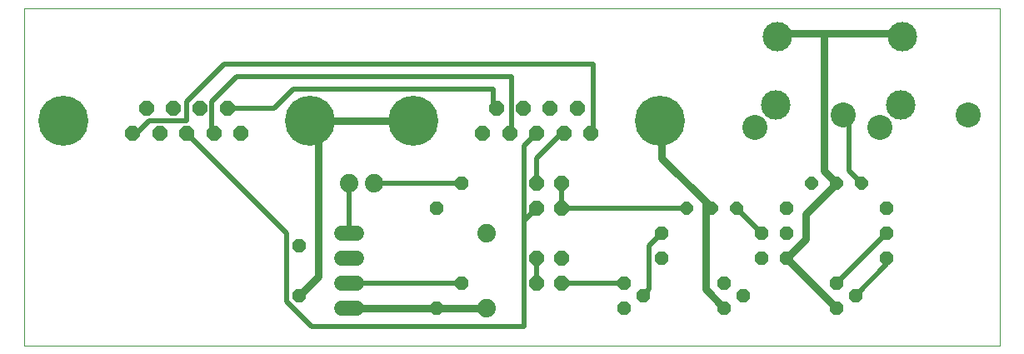
<source format=gtl>
G75*
%MOIN*%
%OFA0B0*%
%FSLAX24Y24*%
%IPPOS*%
%LPD*%
%AMOC8*
5,1,8,0,0,1.08239X$1,22.5*
%
%ADD10C,0.0000*%
%ADD11OC8,0.0520*%
%ADD12OC8,0.0515*%
%ADD13C,0.0740*%
%ADD14OC8,0.0600*%
%ADD15C,0.0600*%
%ADD16C,0.2000*%
%ADD17C,0.1181*%
%ADD18C,0.1000*%
%ADD19C,0.0200*%
%ADD20C,0.0300*%
D10*
X000100Y001819D02*
X000100Y015315D01*
X039120Y015315D01*
X039120Y001819D01*
X000100Y001819D01*
D11*
X011100Y003819D03*
X011100Y005819D03*
X016600Y007319D03*
X017600Y008319D03*
X025600Y006319D03*
X025600Y005319D03*
X024100Y004319D03*
X024850Y003819D03*
X024100Y003319D03*
X028100Y003319D03*
X028850Y003819D03*
X028100Y004319D03*
X029600Y005319D03*
X030600Y005319D03*
X030600Y006319D03*
X029600Y006319D03*
X030600Y007319D03*
X034600Y007319D03*
X034600Y006319D03*
X034600Y005319D03*
X032600Y004319D03*
X033350Y003819D03*
X032600Y003319D03*
X017600Y004319D03*
X016600Y003319D03*
D12*
X026600Y007319D03*
X027600Y007319D03*
X028600Y007319D03*
X031600Y008319D03*
X032600Y008319D03*
X033600Y008319D03*
D13*
X018600Y006319D03*
X014100Y008319D03*
X013100Y008319D03*
X018600Y003319D03*
D14*
X020600Y004319D03*
X021600Y004319D03*
X021600Y005319D03*
X020600Y005319D03*
X020600Y007319D03*
X021600Y007319D03*
X021600Y008319D03*
X020600Y008319D03*
X020600Y010319D03*
X019520Y010319D03*
X018440Y010319D03*
X018980Y011319D03*
X020060Y011319D03*
X021140Y011319D03*
X022220Y011319D03*
X021680Y010319D03*
X022760Y010319D03*
X008760Y010319D03*
X007680Y010319D03*
X006600Y010319D03*
X005520Y010319D03*
X004440Y010319D03*
X004980Y011319D03*
X006060Y011319D03*
X007140Y011319D03*
X008220Y011319D03*
D15*
X012800Y006319D02*
X013400Y006319D01*
X013400Y005319D02*
X012800Y005319D01*
X012800Y004319D02*
X013400Y004319D01*
X013400Y003319D02*
X012800Y003319D01*
D16*
X011530Y010819D03*
X015670Y010819D03*
X025530Y010819D03*
X001670Y010819D03*
D17*
X030155Y011441D03*
X035155Y011441D03*
X035234Y014197D03*
X030234Y014197D03*
D18*
X032872Y011047D03*
X034328Y010535D03*
X037872Y011047D03*
X029328Y010535D03*
D19*
X032872Y011047D02*
X033100Y010819D01*
X033100Y008819D01*
X033600Y008319D01*
X034600Y006319D02*
X032600Y004319D01*
X033350Y003819D02*
X034600Y005069D01*
X034600Y005319D01*
X029600Y006319D02*
X028600Y007319D01*
X026600Y007319D02*
X021600Y007319D01*
X021600Y008319D01*
X020600Y008319D02*
X020600Y009319D01*
X021600Y010319D01*
X021680Y010319D01*
X022760Y010319D02*
X022850Y010319D01*
X022850Y013069D01*
X008100Y013069D01*
X006600Y011569D01*
X006600Y010819D01*
X005100Y010819D01*
X004600Y010319D01*
X004440Y010319D01*
X006600Y010319D02*
X010600Y006319D01*
X010600Y003569D01*
X011600Y002569D01*
X020100Y002569D01*
X020100Y006819D01*
X020100Y009819D01*
X020600Y010319D01*
X019600Y010319D02*
X019520Y010319D01*
X019600Y010319D02*
X019600Y012569D01*
X008600Y012569D01*
X007600Y011569D01*
X007600Y010319D01*
X007680Y010319D01*
X008220Y011319D02*
X010100Y011319D01*
X010850Y012069D01*
X018850Y012069D01*
X018850Y011319D01*
X018980Y011319D01*
X017600Y008319D02*
X014100Y008319D01*
X013100Y008319D02*
X013100Y006319D01*
X013100Y004319D02*
X017600Y004319D01*
X020600Y004319D02*
X020600Y005319D01*
X021600Y004319D02*
X024100Y004319D01*
X024850Y003819D02*
X025100Y004069D01*
X025100Y005819D01*
X025600Y006319D01*
X020600Y007319D02*
X020100Y006819D01*
D20*
X025600Y009319D02*
X025600Y010819D01*
X025530Y010819D01*
X025600Y009319D02*
X027350Y007569D01*
X027350Y004069D01*
X028100Y003319D01*
X030600Y005319D02*
X032600Y003319D01*
X030600Y005319D02*
X031350Y006069D01*
X031350Y007069D01*
X032600Y008319D01*
X032100Y008819D01*
X032100Y014319D01*
X030350Y014319D01*
X030234Y014197D01*
X032100Y014319D02*
X035100Y014319D01*
X035234Y014197D01*
X027600Y007319D02*
X027350Y007569D01*
X018600Y003319D02*
X016600Y003319D01*
X013100Y003319D01*
X011850Y004569D02*
X011100Y003819D01*
X011850Y004569D02*
X011850Y010819D01*
X011530Y010819D01*
X011600Y010819D01*
X011850Y010819D02*
X015670Y010819D01*
M02*

</source>
